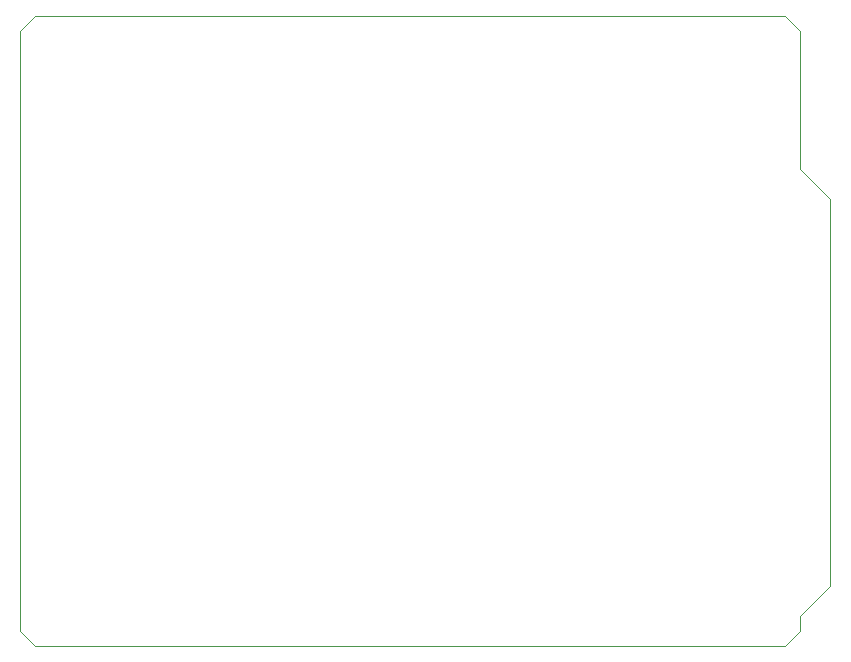
<source format=gm1>
G04*
G04 #@! TF.GenerationSoftware,Altium Limited,Altium Designer,18.0.7 (293)*
G04*
G04 Layer_Color=16711935*
%FSLAX25Y25*%
%MOIN*%
G70*
G01*
G75*
%ADD13C,0.00050*%
%ADD14C,0.00051*%
D13*
X270013Y20005D02*
G03*
X270013Y20005I-13J0D01*
G01*
Y20000D02*
G03*
X270013Y20000I-13J0D01*
G01*
D02*
G03*
X270013Y20000I-13J0D01*
G01*
X260013Y10000D02*
G03*
X260013Y10000I-13J0D01*
G01*
X270013Y149000D02*
G03*
X270013Y149000I-13J0D01*
G01*
Y20005D02*
G03*
X270013Y20005I-13J0D01*
G01*
Y149000D02*
G03*
X270013Y149000I-13J0D01*
G01*
X260013Y159000D02*
G03*
X260013Y159000I-13J0D01*
G01*
X255013Y0D02*
G03*
X255013Y0I-13J0D01*
G01*
X5013D02*
G03*
X5013Y0I-13J0D01*
G01*
X260013Y5000D02*
G03*
X260013Y5000I-13J0D01*
G01*
X255013Y0D02*
G03*
X255013Y0I-13J0D01*
G01*
X260013Y10000D02*
G03*
X260013Y10000I-13J0D01*
G01*
Y5000D02*
G03*
X260013Y5000I-13J0D01*
G01*
Y205000D02*
G03*
X260013Y205000I-13J0D01*
G01*
Y159000D02*
G03*
X260013Y159000I-13J0D01*
G01*
X260013Y205000D02*
G03*
X260013Y205000I-13J0D01*
G01*
X255023Y209990D02*
G03*
X255023Y209990I-13J0D01*
G01*
X18Y205005D02*
G03*
X18Y205005I-13J0D01*
G01*
X18Y4995D02*
G03*
X18Y4995I-13J0D01*
G01*
X5003Y209990D02*
G03*
X5003Y209990I-13J0D01*
G01*
X18Y205005D02*
G03*
X18Y205005I-13J0D01*
G01*
X255013Y209990D02*
G03*
X255013Y209990I-13J0D01*
G01*
X5003D02*
G03*
X5003Y209990I-13J0D01*
G01*
X5013Y0D02*
G03*
X5013Y0I-13J0D01*
G01*
X18Y4995D02*
G03*
X18Y4995I-13J0D01*
G01*
X270000Y20000D02*
Y20005D01*
X260000Y10000D02*
X270000Y20000D01*
Y20005D02*
Y149000D01*
X260000Y159000D02*
X270000Y149000D01*
X5000Y0D02*
X255000D01*
X260000Y5000D01*
Y10000D01*
Y159000D02*
Y205000D01*
X255010Y209990D02*
X260000Y205000D01*
X5Y4995D02*
X5Y205005D01*
X4990Y209990D01*
X255000D01*
X5Y4995D02*
X5000Y0D01*
X270013Y20005D02*
G03*
X270013Y20005I-13J0D01*
G01*
Y20000D02*
G03*
X270013Y20000I-13J0D01*
G01*
D02*
G03*
X270013Y20000I-13J0D01*
G01*
X260013Y10000D02*
G03*
X260013Y10000I-13J0D01*
G01*
X270013Y149000D02*
G03*
X270013Y149000I-13J0D01*
G01*
Y20005D02*
G03*
X270013Y20005I-13J0D01*
G01*
Y149000D02*
G03*
X270013Y149000I-13J0D01*
G01*
X260013Y159000D02*
G03*
X260013Y159000I-13J0D01*
G01*
X255013Y0D02*
G03*
X255013Y0I-13J0D01*
G01*
X5013D02*
G03*
X5013Y0I-13J0D01*
G01*
X260013Y5000D02*
G03*
X260013Y5000I-13J0D01*
G01*
X255013Y0D02*
G03*
X255013Y0I-13J0D01*
G01*
X260013Y10000D02*
G03*
X260013Y10000I-13J0D01*
G01*
Y5000D02*
G03*
X260013Y5000I-13J0D01*
G01*
Y205000D02*
G03*
X260013Y205000I-13J0D01*
G01*
Y159000D02*
G03*
X260013Y159000I-13J0D01*
G01*
X260013Y205000D02*
G03*
X260013Y205000I-13J0D01*
G01*
X255023Y209990D02*
G03*
X255023Y209990I-13J0D01*
G01*
X18Y205005D02*
G03*
X18Y205005I-13J0D01*
G01*
X18Y4995D02*
G03*
X18Y4995I-13J0D01*
G01*
X5003Y209990D02*
G03*
X5003Y209990I-13J0D01*
G01*
X18Y205005D02*
G03*
X18Y205005I-13J0D01*
G01*
X255013Y209990D02*
G03*
X255013Y209990I-13J0D01*
G01*
X5003D02*
G03*
X5003Y209990I-13J0D01*
G01*
X5013Y0D02*
G03*
X5013Y0I-13J0D01*
G01*
X18Y4995D02*
G03*
X18Y4995I-13J0D01*
G01*
X270000Y20000D02*
Y20005D01*
X260000Y10000D02*
X270000Y20000D01*
Y20005D02*
Y149000D01*
X260000Y159000D02*
X270000Y149000D01*
X5000Y0D02*
X255000D01*
X260000Y5000D01*
Y10000D01*
Y159000D02*
Y205000D01*
X255010Y209990D02*
X260000Y205000D01*
X5Y4995D02*
X5Y205005D01*
X4990Y209990D01*
X255000D01*
X5Y4995D02*
X5000Y0D01*
D14*
X270000Y20000D02*
Y20005D01*
Y20000D02*
Y20005D01*
M02*

</source>
